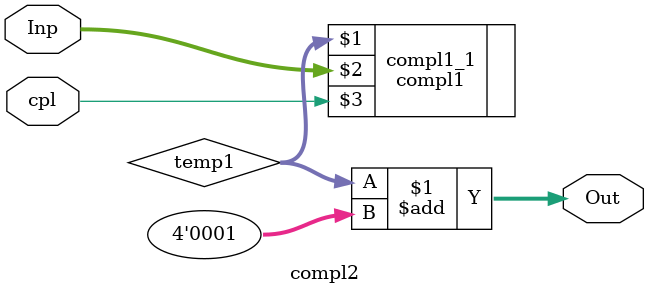
<source format=v>
module compl2(output wire [3:0] Out, input wire [3:0] Inp, input wire cpl);

  wire [3:0] temp1;
  compl1 compl1_1(temp1, Inp, cpl);
  assign Out = temp1 + 4'b0001;

endmodule
</source>
